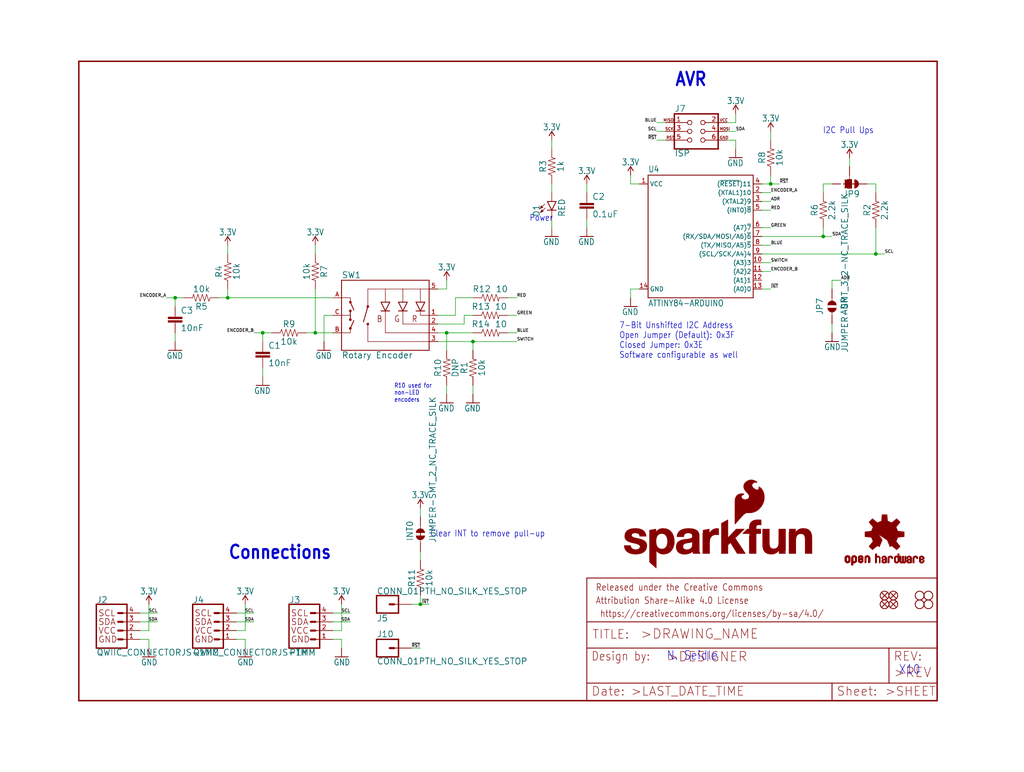
<source format=kicad_sch>
(kicad_sch (version 20211123) (generator eeschema)
  (paper "User" 297.002 223.926)
  (lib_symbols
    (symbol "schematicEagle-eagle-import:0.1UF-0603-25V-(+80{slash}-20%)"
      (property "Reference" "C" (at 1.524 2.921 0))
      (property "Value" "0.1UF-0603-25V-(+80{slash}-20%)" (at 1.524 -2.159 0))
      (symbol "0.1UF-0603-25V-(+80{slash}-20%)_1_0"
        (pin passive line (at 0 5.08 270) (length 2.54) (name "1") (number "1"))
        (pin passive line (at 0 -2.54 90) (length 2.54) (name "2") (number "2"))
      )
    )
    (symbol "schematicEagle-eagle-import:10KOHM-0603-1{slash}10W-1%"
      (property "Reference" "R" (at 0 1.524 0))
      (property "Value" "10KOHM-0603-1{slash}10W-1%" (at 0 -1.524 0))
      (symbol "10KOHM-0603-1{slash}10W-1%_1_0"
        (pin passive line (at -5.08 0 0) (length 2.54) (name "1") (number "1"))
        (pin passive line (at 5.08 0 180) (length 2.54) (name "2") (number "2"))
      )
    )
    (symbol "schematicEagle-eagle-import:10NF-0603-50V-10%"
      (property "Reference" "C" (at 1.524 2.921 0))
      (property "Value" "10NF-0603-50V-10%" (at 1.524 -2.159 0))
      (symbol "10NF-0603-50V-10%_1_0"
        (pin passive line (at 0 5.08 270) (length 2.54) (name "1") (number "1"))
        (pin passive line (at 0 -2.54 90) (length 2.54) (name "2") (number "2"))
      )
    )
    (symbol "schematicEagle-eagle-import:10OHM-0603-1{slash}10W-1%"
      (property "Reference" "R" (at 0 1.524 0))
      (property "Value" "10OHM-0603-1{slash}10W-1%" (at 0 -1.524 0))
      (symbol "10OHM-0603-1{slash}10W-1%_1_0"
        (pin passive line (at -5.08 0 0) (length 2.54) (name "1") (number "1"))
        (pin passive line (at 5.08 0 180) (length 2.54) (name "2") (number "2"))
      )
    )
    (symbol "schematicEagle-eagle-import:1KOHM-0603-1{slash}10W-1%"
      (property "Reference" "R" (at 0 1.524 0))
      (property "Value" "1KOHM-0603-1{slash}10W-1%" (at 0 -1.524 0))
      (symbol "1KOHM-0603-1{slash}10W-1%_1_0"
        (pin passive line (at -5.08 0 0) (length 2.54) (name "1") (number "1"))
        (pin passive line (at 5.08 0 180) (length 2.54) (name "2") (number "2"))
      )
    )
    (symbol "schematicEagle-eagle-import:2.2KOHM-0603-1{slash}10W-1%"
      (property "Reference" "R" (at 0 1.524 0))
      (property "Value" "2.2KOHM-0603-1{slash}10W-1%" (at 0 -1.524 0))
      (symbol "2.2KOHM-0603-1{slash}10W-1%_1_0"
        (pin passive line (at -5.08 0 0) (length 2.54) (name "1") (number "1"))
        (pin passive line (at 5.08 0 180) (length 2.54) (name "2") (number "2"))
      )
    )
    (symbol "schematicEagle-eagle-import:3.3V" (power)
      (property "Value" "3.3V" (at 0 2.794 0))
      (symbol "3.3V_1_0"
        (pin power_in line (at 0 0 90) (length 2.54) (name "3.3V") (number "1"))
      )
    )
    (symbol "schematicEagle-eagle-import:ATTINY84-ARDUINO"
      (property "Reference" "U" (at -15.24 18.542 0))
      (property "Value" "ATTINY84-ARDUINO" (at -15.24 -20.32 0))
      (symbol "ATTINY84-ARDUINO_1_0"
        (pin bidirectional line (at -17.78 15.24 0) (length 2.54) (name "VCC") (number "1"))
        (pin bidirectional line (at 17.78 -7.62 180) (length 2.54) (name "(A3)3") (number "10"))
        (pin bidirectional line (at 17.78 -10.16 180) (length 2.54) (name "(A2)2") (number "11"))
        (pin bidirectional line (at 17.78 -12.7 180) (length 2.54) (name "(A1)1") (number "12"))
        (pin bidirectional line (at 17.78 -15.24 180) (length 2.54) (name "(A0)0") (number "13"))
        (pin bidirectional line (at -17.78 -15.24 0) (length 2.54) (name "GND") (number "14"))
        (pin bidirectional line (at 17.78 12.7 180) (length 2.54) (name "(XTAL1)10") (number "2"))
        (pin bidirectional line (at 17.78 10.16 180) (length 2.54) (name "(XTAL2)9") (number "3"))
        (pin bidirectional line (at 17.78 15.24 180) (length 2.54) (name "(~{RESET})11") (number "4"))
        (pin bidirectional line (at 17.78 7.62 180) (length 2.54) (name "(INT0)~{8}") (number "5"))
        (pin bidirectional line (at 17.78 2.54 180) (length 2.54) (name "(A7)~{7}") (number "6"))
        (pin bidirectional line (at 17.78 0 180) (length 2.54) (name "(RX/SDA/MOSI/A6)~{6}") (number "7"))
        (pin bidirectional line (at 17.78 -2.54 180) (length 2.54) (name "(TX/MISO/A5)~{5}") (number "8"))
        (pin bidirectional line (at 17.78 -5.08 180) (length 2.54) (name "(SCL/SCK/A4)4") (number "9"))
      )
    )
    (symbol "schematicEagle-eagle-import:AVR_SPI_PROG_3X2TESTPOINTS"
      (property "Reference" "J" (at -5.08 5.588 0))
      (property "Value" "AVR_SPI_PROG_3X2TESTPOINTS" (at -5.08 -7.366 0))
      (symbol "AVR_SPI_PROG_3X2TESTPOINTS_1_0"
        (text "GND" (at 8.001 -2.286 0) (effects (font (size 0.8128 0.8128)) (justify left bottom)))
        (text "MISO" (at -5.207 2.794 0) (effects (font (size 0.8128 0.8128)) (justify right bottom)))
        (text "MOSI" (at 8.001 0.254 0) (effects (font (size 0.8128 0.8128)) (justify left bottom)))
        (text "RST" (at -5.08 -2.286 0) (effects (font (size 0.8128 0.8128)) (justify right bottom)))
        (text "SCK" (at -5.207 0.254 0) (effects (font (size 0.8128 0.8128)) (justify right bottom)))
        (text "VCC" (at 8.001 2.794 0) (effects (font (size 0.8128 0.8128)) (justify left bottom)))
        (pin passive inverted (at -7.62 2.54 0) (length 7.62) (name "1") (number "1"))
        (pin passive inverted (at 10.16 2.54 180) (length 7.62) (name "2") (number "2"))
        (pin passive inverted (at -7.62 0 0) (length 7.62) (name "3") (number "3"))
        (pin passive inverted (at 10.16 0 180) (length 7.62) (name "4") (number "4"))
        (pin passive inverted (at -7.62 -2.54 0) (length 7.62) (name "5") (number "5"))
        (pin passive inverted (at 10.16 -2.54 180) (length 7.62) (name "6") (number "6"))
      )
    )
    (symbol "schematicEagle-eagle-import:CONN_01PTH_NO_SILK_YES_STOP"
      (property "Reference" "J" (at -2.54 3.048 0))
      (property "Value" "CONN_01PTH_NO_SILK_YES_STOP" (at -2.54 -4.826 0))
      (symbol "CONN_01PTH_NO_SILK_YES_STOP_1_0"
        (pin passive line (at 7.62 0 180) (length 5.08) (name "1") (number "1"))
      )
    )
    (symbol "schematicEagle-eagle-import:ENCODER-RGB-SWITCHKIT"
      (property "Reference" "S" (at -12.7 10.414 0))
      (property "Value" "ENCODER-RGB-SWITCHKIT" (at -12.7 -10.541 0))
      (symbol "ENCODER-RGB-SWITCHKIT_1_0"
        (text "B" (at -2.54 0 0) (effects (font (size 1.778 1.5113)) (justify left top)))
        (text "G" (at 2.54 0 0) (effects (font (size 1.778 1.5113)) (justify left top)))
        (text "R" (at 7.62 0 0) (effects (font (size 1.778 1.5113)) (justify left top)))
        (pin passive line (at 15.24 0 180) (length 2.54) (name "-R") (number "1"))
        (pin passive line (at 15.24 -2.54 180) (length 2.54) (name "-G") (number "2"))
        (pin passive line (at 15.24 -7.62 180) (length 2.54) (name "SW") (number "3"))
        (pin passive line (at 15.24 -5.08 180) (length 2.54) (name "-B") (number "4"))
        (pin passive line (at 15.24 7.62 180) (length 2.54) (name "+") (number "5"))
        (pin bidirectional line (at -15.24 5.08 0) (length 2.54) (name "A") (number "A"))
        (pin bidirectional line (at -15.24 -5.08 0) (length 2.54) (name "B") (number "B"))
        (pin bidirectional line (at -15.24 0 0) (length 2.54) (name "C") (number "C"))
      )
    )
    (symbol "schematicEagle-eagle-import:FIDUCIALUFIDUCIAL")
    (symbol "schematicEagle-eagle-import:FRAME-LETTER"
      (symbol "FRAME-LETTER_2_0"
        (text " https://creativecommons.org/licenses/by-sa/4.0/" (at 2.54 24.13 0) (effects (font (size 1.9304 1.6408)) (justify left bottom)))
        (text ">DESIGNER" (at 23.114 11.176 0) (effects (font (size 2.7432 2.7432)) (justify left bottom)))
        (text ">DRAWING_NAME" (at 15.494 17.78 0) (effects (font (size 2.7432 2.7432)) (justify left bottom)))
        (text ">LAST_DATE_TIME" (at 12.7 1.27 0) (effects (font (size 2.54 2.54)) (justify left bottom)))
        (text ">REV" (at 88.9 6.604 0) (effects (font (size 2.7432 2.7432)) (justify left bottom)))
        (text ">SHEET" (at 86.36 1.27 0) (effects (font (size 2.54 2.54)) (justify left bottom)))
        (text "Attribution Share-Alike 4.0 License" (at 2.54 27.94 0) (effects (font (size 1.9304 1.6408)) (justify left bottom)))
        (text "Date:" (at 1.27 1.27 0) (effects (font (size 2.54 2.54)) (justify left bottom)))
        (text "Design by:" (at 1.27 11.43 0) (effects (font (size 2.54 2.159)) (justify left bottom)))
        (text "Released under the Creative Commons" (at 2.54 31.75 0) (effects (font (size 1.9304 1.6408)) (justify left bottom)))
        (text "REV:" (at 88.9 11.43 0) (effects (font (size 2.54 2.54)) (justify left bottom)))
        (text "Sheet:" (at 72.39 1.27 0) (effects (font (size 2.54 2.54)) (justify left bottom)))
        (text "TITLE:" (at 1.524 17.78 0) (effects (font (size 2.54 2.54)) (justify left bottom)))
      )
    )
    (symbol "schematicEagle-eagle-import:GND" (power)
      (property "Value" "GND" (at -2.54 -2.54 0))
      (symbol "GND_1_0"
        (pin power_in line (at 0 2.54 270) (length 2.54) (name "GND") (number "1"))
      )
    )
    (symbol "schematicEagle-eagle-import:I2C_STANDARD_NO_SILK"
      (property "Reference" "J" (at -5.08 7.874 0))
      (property "Value" "I2C_STANDARD_NO_SILK" (at -5.08 -5.334 0))
      (symbol "I2C_STANDARD_NO_SILK_1_0"
        (text "GND" (at -4.572 -2.54 0) (effects (font (size 1.778 1.778)) (justify left)))
        (text "SCL" (at -4.572 5.08 0) (effects (font (size 1.778 1.778)) (justify left)))
        (text "SDA" (at -4.572 2.54 0) (effects (font (size 1.778 1.778)) (justify left)))
        (text "VCC" (at -4.572 0 0) (effects (font (size 1.778 1.778)) (justify left)))
        (pin power_in line (at 7.62 -2.54 180) (length 5.08) (name "GND") (number "1"))
        (pin power_in line (at 7.62 0 180) (length 5.08) (name "VCC") (number "2"))
        (pin passive line (at 7.62 2.54 180) (length 5.08) (name "SDA") (number "3"))
        (pin passive line (at 7.62 5.08 180) (length 5.08) (name "SCL") (number "4"))
      )
    )
    (symbol "schematicEagle-eagle-import:JUMPER-SMT_2_NC_TRACE_SILK"
      (property "Reference" "JP" (at -2.54 2.54 0))
      (property "Value" "JUMPER-SMT_2_NC_TRACE_SILK" (at -2.54 -2.54 0))
      (symbol "JUMPER-SMT_2_NC_TRACE_SILK_1_0"
        (pin passive line (at -5.08 0 0) (length 2.54) (name "1") (number "1"))
        (pin passive line (at 5.08 0 180) (length 2.54) (name "2") (number "2"))
      )
    )
    (symbol "schematicEagle-eagle-import:JUMPER-SMT_2_NO_SILK"
      (property "Reference" "JP" (at -2.54 2.54 0))
      (property "Value" "JUMPER-SMT_2_NO_SILK" (at -2.54 -2.54 0))
      (symbol "JUMPER-SMT_2_NO_SILK_1_0"
        (pin passive line (at -5.08 0 0) (length 2.54) (name "1") (number "1"))
        (pin passive line (at 5.08 0 180) (length 2.54) (name "2") (number "2"))
      )
    )
    (symbol "schematicEagle-eagle-import:JUMPER-SMT_3_2-NC_TRACE_SILK"
      (property "Reference" "JP" (at 2.54 0.381 0))
      (property "Value" "JUMPER-SMT_3_2-NC_TRACE_SILK" (at 2.54 -0.381 0))
      (symbol "JUMPER-SMT_3_2-NC_TRACE_SILK_1_0"
        (pin passive line (at 0 5.08 270) (length 2.54) (name "1") (number "1"))
        (pin passive line (at -5.08 0 0) (length 2.54) (name "2") (number "2"))
        (pin passive line (at 0 -5.08 90) (length 2.54) (name "3") (number "3"))
      )
    )
    (symbol "schematicEagle-eagle-import:LED-RED0603"
      (property "Reference" "D" (at -3.429 -4.572 90))
      (property "Value" "LED-RED0603" (at 1.905 -4.572 90))
      (symbol "LED-RED0603_1_0"
        (pin passive line (at 0 2.54 270) (length 2.54) (name "A") (number "A"))
        (pin passive line (at 0 -5.08 90) (length 2.54) (name "C") (number "C"))
      )
    )
    (symbol "schematicEagle-eagle-import:OSHW-LOGOMINI")
    (symbol "schematicEagle-eagle-import:QWIIC_CONNECTORJS-1MM"
      (property "Reference" "J" (at -5.08 7.874 0))
      (property "Value" "QWIIC_CONNECTORJS-1MM" (at -5.08 -5.334 0))
      (symbol "QWIIC_CONNECTORJS-1MM_1_0"
        (text "GND" (at -4.572 -2.54 0) (effects (font (size 1.778 1.778)) (justify left)))
        (text "SCL" (at -4.572 5.08 0) (effects (font (size 1.778 1.778)) (justify left)))
        (text "SDA" (at -4.572 2.54 0) (effects (font (size 1.778 1.778)) (justify left)))
        (text "VCC" (at -4.572 0 0) (effects (font (size 1.778 1.778)) (justify left)))
        (pin power_in line (at 7.62 -2.54 180) (length 5.08) (name "1") (number "1"))
        (pin power_in line (at 7.62 0 180) (length 5.08) (name "2") (number "2"))
        (pin passive line (at 7.62 2.54 180) (length 5.08) (name "3") (number "3"))
        (pin passive line (at 7.62 5.08 180) (length 5.08) (name "4") (number "4"))
      )
    )
    (symbol "schematicEagle-eagle-import:SFE_LOGO_FLAME.1EXP")
    (symbol "schematicEagle-eagle-import:SFE_LOGO_NAME_FLAME.1_INCH")
    (symbol "schematicEagle-eagle-import:STAND-OFF")
  )
  (junction (at 129.54 96.52))
  (junction (at 76.2 96.52))
  (junction (at 223.52 53.34))
  (junction (at 254 73.66))
  (junction (at 121.92 175.26))
  (junction (at 50.8 86.36))
  (junction (at 137.16 99.06))
  (junction (at 91.44 96.52))
  (junction (at 238.76 68.58))
  (junction (at 66.04 86.36))
  (wire (pts (xy 99.06 182.88) (xy 99.06 175.26)))
  (wire (pts (xy 170.18 55.88) (xy 170.18 53.34)))
  (wire (pts (xy 246.38 48.26) (xy 246.38 45.72)))
  (wire (pts (xy 129.54 114.3) (xy 129.54 111.76)))
  (wire (pts (xy 241.3 53.34) (xy 238.76 53.34)))
  (wire (pts (xy 129.54 83.82) (xy 129.54 81.28)))
  (wire (pts (xy 220.98 55.88) (xy 223.52 55.88)))
  (wire (pts (xy 160.02 55.88) (xy 160.02 53.34)))
  (wire (pts (xy 127 96.52) (xy 129.54 96.52)))
  (wire (pts (xy 76.2 96.52) (xy 76.2 99.06)))
  (wire (pts (xy 223.52 53.34) (xy 223.52 50.8)))
  (wire (pts (xy 50.8 88.9) (xy 50.8 86.36)))
  (wire (pts (xy 96.52 182.88) (xy 99.06 182.88)))
  (wire (pts (xy 127 91.44) (xy 132.08 91.44)))
  (wire (pts (xy 251.46 53.34) (xy 254 53.34)))
  (wire (pts (xy 241.3 93.98) (xy 241.3 96.52)))
  (wire (pts (xy 241.3 81.28) (xy 243.84 81.28)))
  (wire (pts (xy 220.98 58.42) (xy 223.52 58.42)))
  (wire (pts (xy 238.76 53.34) (xy 238.76 55.88)))
  (wire (pts (xy 91.44 71.12) (xy 91.44 73.66)))
  (wire (pts (xy 238.76 68.58) (xy 241.3 68.58)))
  (wire (pts (xy 40.64 185.42) (xy 43.18 185.42)))
  (wire (pts (xy 193.04 35.56) (xy 190.5 35.56)))
  (wire (pts (xy 147.32 86.36) (xy 149.86 86.36)))
  (wire (pts (xy 91.44 83.82) (xy 91.44 96.52)))
  (wire (pts (xy 147.32 91.44) (xy 149.86 91.44)))
  (wire (pts (xy 43.18 185.42) (xy 43.18 187.96)))
  (wire (pts (xy 193.04 40.64) (xy 190.5 40.64)))
  (wire (pts (xy 160.02 43.18) (xy 160.02 40.64)))
  (wire (pts (xy 96.52 91.44) (xy 93.98 91.44)))
  (wire (pts (xy 254 73.66) (xy 256.54 73.66)))
  (wire (pts (xy 66.04 86.36) (xy 63.5 86.36)))
  (wire (pts (xy 119.38 175.26) (xy 121.92 175.26)))
  (wire (pts (xy 254 66.04) (xy 254 73.66)))
  (wire (pts (xy 223.52 53.34) (xy 226.06 53.34)))
  (wire (pts (xy 210.82 35.56) (xy 213.36 35.56)))
  (wire (pts (xy 132.08 91.44) (xy 132.08 86.36)))
  (wire (pts (xy 213.36 40.64) (xy 213.36 43.18)))
  (wire (pts (xy 78.74 96.52) (xy 76.2 96.52)))
  (wire (pts (xy 121.92 172.72) (xy 121.92 175.26)))
  (wire (pts (xy 96.52 96.52) (xy 91.44 96.52)))
  (wire (pts (xy 96.52 180.34) (xy 101.6 180.34)))
  (wire (pts (xy 68.58 182.88) (xy 71.12 182.88)))
  (wire (pts (xy 134.62 91.44) (xy 137.16 91.44)))
  (wire (pts (xy 68.58 185.42) (xy 71.12 185.42)))
  (wire (pts (xy 160.02 66.04) (xy 160.02 63.5)))
  (wire (pts (xy 127 99.06) (xy 137.16 99.06)))
  (wire (pts (xy 40.64 180.34) (xy 45.72 180.34)))
  (wire (pts (xy 121.92 147.32) (xy 121.92 149.86)))
  (wire (pts (xy 223.52 40.64) (xy 223.52 38.1)))
  (wire (pts (xy 68.58 180.34) (xy 73.66 180.34)))
  (wire (pts (xy 127 83.82) (xy 129.54 83.82)))
  (wire (pts (xy 76.2 109.22) (xy 76.2 106.68)))
  (wire (pts (xy 185.42 83.82) (xy 182.88 83.82)))
  (wire (pts (xy 53.34 86.36) (xy 50.8 86.36)))
  (wire (pts (xy 220.98 73.66) (xy 254 73.66)))
  (wire (pts (xy 220.98 53.34) (xy 223.52 53.34)))
  (wire (pts (xy 254 53.34) (xy 254 55.88)))
  (wire (pts (xy 134.62 93.98) (xy 134.62 91.44)))
  (wire (pts (xy 170.18 63.5) (xy 170.18 66.04)))
  (wire (pts (xy 119.38 187.96) (xy 121.92 187.96)))
  (wire (pts (xy 220.98 71.12) (xy 223.52 71.12)))
  (wire (pts (xy 238.76 66.04) (xy 238.76 68.58)))
  (wire (pts (xy 50.8 99.06) (xy 50.8 96.52)))
  (wire (pts (xy 99.06 185.42) (xy 99.06 187.96)))
  (wire (pts (xy 220.98 68.58) (xy 238.76 68.58)))
  (wire (pts (xy 137.16 101.6) (xy 137.16 99.06)))
  (wire (pts (xy 121.92 175.26) (xy 124.46 175.26)))
  (wire (pts (xy 220.98 83.82) (xy 223.52 83.82)))
  (wire (pts (xy 210.82 40.64) (xy 213.36 40.64)))
  (wire (pts (xy 96.52 185.42) (xy 99.06 185.42)))
  (wire (pts (xy 182.88 53.34) (xy 182.88 50.8)))
  (wire (pts (xy 220.98 60.96) (xy 223.52 60.96)))
  (wire (pts (xy 68.58 177.8) (xy 73.66 177.8)))
  (wire (pts (xy 50.8 86.36) (xy 48.26 86.36)))
  (wire (pts (xy 40.64 182.88) (xy 43.18 182.88)))
  (wire (pts (xy 71.12 185.42) (xy 71.12 187.96)))
  (wire (pts (xy 127 93.98) (xy 134.62 93.98)))
  (wire (pts (xy 185.42 53.34) (xy 182.88 53.34)))
  (wire (pts (xy 40.64 177.8) (xy 45.72 177.8)))
  (wire (pts (xy 220.98 78.74) (xy 223.52 78.74)))
  (wire (pts (xy 96.52 86.36) (xy 66.04 86.36)))
  (wire (pts (xy 76.2 96.52) (xy 73.66 96.52)))
  (wire (pts (xy 137.16 99.06) (xy 149.86 99.06)))
  (wire (pts (xy 210.82 38.1) (xy 213.36 38.1)))
  (wire (pts (xy 96.52 177.8) (xy 101.6 177.8)))
  (wire (pts (xy 66.04 83.82) (xy 66.04 86.36)))
  (wire (pts (xy 43.18 182.88) (xy 43.18 175.26)))
  (wire (pts (xy 129.54 96.52) (xy 137.16 96.52)))
  (wire (pts (xy 147.32 96.52) (xy 149.86 96.52)))
  (wire (pts (xy 220.98 76.2) (xy 223.52 76.2)))
  (wire (pts (xy 132.08 86.36) (xy 137.16 86.36)))
  (wire (pts (xy 213.36 33.02) (xy 213.36 35.56)))
  (wire (pts (xy 93.98 91.44) (xy 93.98 99.06)))
  (wire (pts (xy 71.12 182.88) (xy 71.12 175.26)))
  (wire (pts (xy 193.04 38.1) (xy 190.5 38.1)))
  (wire (pts (xy 66.04 71.12) (xy 66.04 73.66)))
  (wire (pts (xy 129.54 101.6) (xy 129.54 96.52)))
  (wire (pts (xy 241.3 83.82) (xy 241.3 81.28)))
  (wire (pts (xy 182.88 83.82) (xy 182.88 86.36)))
  (wire (pts (xy 121.92 160.02) (xy 121.92 162.56)))
  (wire (pts (xy 220.98 66.04) (xy 223.52 66.04)))
  (wire (pts (xy 88.9 96.52) (xy 91.44 96.52)))
  (wire (pts (xy 137.16 114.3) (xy 137.16 111.76)))
  (text "N. Seidle" (at 193.294 191.77 180) (effects (font (size 2.54 2.159)) (justify left bottom)))
  (text "AVR" (at 195.58 25.4 180) (effects (font (size 3.81 3.2385) (thickness 0.6477) bold) (justify left bottom)))
  (text "X10" (at 260.604 195.834 180) (effects (font (size 2.54 2.159)) (justify left bottom)))
  (text "Clear INT to remove pull-up" (at 124.714 155.956 180) (effects (font (size 1.778 1.5113)) (justify left bottom)))
  (text "7-Bit Unshifted I2C Address\nOpen Jumper (Default): 0x3F\nClosed Jumper: 0x3E\nSoftware configurable as well" (at 179.578 104.14 0) (effects (font (size 1.778 1.5113)) (justify left bottom)))
  (text "Connections" (at 66.04 162.56 180) (effects (font (size 3.81 3.2385) (thickness 0.6477) bold) (justify left bottom)))
  (text "R10 used for\nnon-LED\nencoders" (at 114.3 116.84 180) (effects (font (size 1.27 1.0795)) (justify left bottom)))
  (text "I2C Pull Ups" (at 238.633 38.989 180) (effects (font (size 1.778 1.5113)) (justify left bottom)))
  (text "Power" (at 153.543 64.389 180) (effects (font (size 1.778 1.5113)) (justify left bottom)))
  (label "BLUE" (at 223.52 71.12 0) (effects (font (size 0.889 0.889))))
  (label "~{INT}" (at 124.46 175.26 180) (effects (font (size 0.889 0.889))))
  (label "ENCODER_B" (at 223.52 78.74 0) (effects (font (size 0.889 0.889))))
  (label "SCL" (at 45.72 177.8 180) (effects (font (size 0.889 0.889))))
  (label "~{RST}" (at 121.92 187.96 180) (effects (font (size 0.889 0.889))))
  (label "BLUE" (at 149.86 96.52 0) (effects (font (size 0.889 0.889))))
  (label "~{RST}" (at 190.5 40.64 180) (effects (font (size 0.889 0.889))))
  (label "SDA" (at 213.36 38.1 0) (effects (font (size 0.889 0.889))))
  (label "SDA" (at 241.3 68.58 0) (effects (font (size 0.889 0.889))))
  (label "SDA" (at 45.72 180.34 180) (effects (font (size 0.889 0.889))))
  (label "~{RST}" (at 226.06 53.34 0) (effects (font (size 0.889 0.889))))
  (label "SCL" (at 190.5 38.1 180) (effects (font (size 0.889 0.889))))
  (label "SCL" (at 101.6 177.8 180) (effects (font (size 0.889 0.889))))
  (label "SCL" (at 73.66 177.8 180) (effects (font (size 0.889 0.889))))
  (label "SWITCH" (at 223.52 76.2 0) (effects (font (size 0.889 0.889))))
  (label "SCL" (at 256.54 73.66 0) (effects (font (size 0.889 0.889))))
  (label "BLUE" (at 190.5 35.56 180) (effects (font (size 0.889 0.889))))
  (label "ADR" (at 223.52 58.42 0) (effects (font (size 0.889 0.889))))
  (label "GREEN" (at 149.86 91.44 0) (effects (font (size 0.889 0.889))))
  (label "ENCODER_A" (at 223.52 55.88 0) (effects (font (size 0.889 0.889))))
  (label "ENCODER_A" (at 48.26 86.36 180) (effects (font (size 0.889 0.889))))
  (label "RED" (at 149.86 86.36 0) (effects (font (size 0.889 0.889))))
  (label "ENCODER_B" (at 73.66 96.52 180) (effects (font (size 0.889 0.889))))
  (label "GREEN" (at 223.52 66.04 0) (effects (font (size 0.889 0.889))))
  (label "RED" (at 223.52 60.96 0) (effects (font (size 0.889 0.889))))
  (label "SDA" (at 101.6 180.34 180) (effects (font (size 0.889 0.889))))
  (label "~{INT}" (at 223.52 83.82 0) (effects (font (size 0.889 0.889))))
  (label "ADR" (at 243.84 81.28 0) (effects (font (size 0.889 0.889))))
  (label "SDA" (at 73.66 180.34 180) (effects (font (size 0.889 0.889))))
  (label "SWITCH" (at 149.86 99.06 0) (effects (font (size 0.889 0.889))))
  (symbol (lib_id "schematicEagle-eagle-import:GND") (at 170.18 68.58 0) (unit 1)
    (property "Reference" "#GND5" (effects hide))
    (property "Value" "GND" (at 167.64 71.12 0) (effects (font (size 1.778 1.5113)) (justify left bottom)))
    (property "Footprint" "schematicEagle:" (effects hide))
  )
  (symbol (lib_id "schematicEagle-eagle-import:FRAME-LETTER") (at 170.18 203.2 0) (unit 2)
    (property "Reference" "FRAME1" (effects hide))
    (property "Value" "FRAME-LETTER" (effects hide))
    (property "Footprint" "schematicEagle:CREATIVE_COMMONS" (effects hide))
  )
  (symbol (lib_id "schematicEagle-eagle-import:ENCODER-RGB-SWITCHKIT") (at 111.76 91.44 0) (unit 1)
    (property "Reference" "SW1" (at 99.06 80.772 0) (effects (font (size 1.778 1.778)) (justify left bottom)))
    (property "Value" "Rotary Encoder" (at 99.06 104.013 0) (effects (font (size 1.778 1.778)) (justify left bottom)))
    (property "Footprint" "schematicEagle:ENCODER_LED_3_KIT" (effects hide))
  )
  (symbol (lib_id "schematicEagle-eagle-import:GND") (at 129.54 116.84 0) (unit 1)
    (property "Reference" "#GND10" (effects hide))
    (property "Value" "GND" (at 127 119.38 0) (effects (font (size 1.778 1.5113)) (justify left bottom)))
    (property "Footprint" "schematicEagle:" (effects hide))
  )
  (symbol (lib_id "schematicEagle-eagle-import:3.3V") (at 91.44 71.12 0) (unit 1)
    (property "Reference" "#SUPPLY3" (effects hide))
    (property "Value" "3.3V" (at 91.44 68.326 0) (effects (font (size 1.778 1.5113)) (justify bottom)))
    (property "Footprint" "schematicEagle:" (effects hide))
  )
  (symbol (lib_id "schematicEagle-eagle-import:JUMPER-SMT_2_NC_TRACE_SILK") (at 121.92 154.94 90) (unit 1)
    (property "Reference" "INT0" (at 119.888 156.972 0) (effects (font (size 1.778 1.778)) (justify left bottom)))
    (property "Value" "JUMPER-SMT_2_NC_TRACE_SILK" (at 124.46 157.48 0) (effects (font (size 1.778 1.778)) (justify left top)))
    (property "Footprint" "schematicEagle:SMT-JUMPER_2_NC_TRACE_SILK" (effects hide))
  )
  (symbol (lib_id "schematicEagle-eagle-import:10KOHM-0603-1{slash}10W-1%") (at 223.52 45.72 90) (unit 1)
    (property "Reference" "R8" (at 221.996 45.72 0) (effects (font (size 1.778 1.778)) (justify bottom)))
    (property "Value" "10k" (at 225.044 45.72 0) (effects (font (size 1.778 1.778)) (justify top)))
    (property "Footprint" "schematicEagle:0603" (effects hide))
  )
  (symbol (lib_id "schematicEagle-eagle-import:10OHM-0603-1{slash}10W-1%") (at 142.24 91.44 0) (unit 1)
    (property "Reference" "R13" (at 139.446 89.916 0) (effects (font (size 1.778 1.778)) (justify bottom)))
    (property "Value" "10" (at 145.288 89.916 0) (effects (font (size 1.778 1.778)) (justify bottom)))
    (property "Footprint" "schematicEagle:0603" (effects hide))
  )
  (symbol (lib_id "schematicEagle-eagle-import:GND") (at 50.8 101.6 0) (unit 1)
    (property "Reference" "#GND4" (effects hide))
    (property "Value" "GND" (at 48.26 104.14 0) (effects (font (size 1.778 1.5113)) (justify left bottom)))
    (property "Footprint" "schematicEagle:" (effects hide))
  )
  (symbol (lib_id "schematicEagle-eagle-import:3.3V") (at 43.18 175.26 0) (mirror y) (unit 1)
    (property "Reference" "#SUPPLY4" (effects hide))
    (property "Value" "3.3V" (at 43.18 172.466 0) (effects (font (size 1.778 1.5113)) (justify bottom)))
    (property "Footprint" "schematicEagle:" (effects hide))
  )
  (symbol (lib_id "schematicEagle-eagle-import:10KOHM-0603-1{slash}10W-1%") (at 83.82 96.52 0) (unit 1)
    (property "Reference" "R9" (at 83.82 94.996 0) (effects (font (size 1.778 1.778)) (justify bottom)))
    (property "Value" "10k" (at 83.82 98.044 0) (effects (font (size 1.778 1.778)) (justify top)))
    (property "Footprint" "schematicEagle:0603" (effects hide))
  )
  (symbol (lib_id "schematicEagle-eagle-import:0.1UF-0603-25V-(+80{slash}-20%)") (at 170.18 60.96 0) (unit 1)
    (property "Reference" "C2" (at 171.704 58.039 0) (effects (font (size 1.778 1.778)) (justify left bottom)))
    (property "Value" "0.1uF" (at 171.704 63.119 0) (effects (font (size 1.778 1.778)) (justify left bottom)))
    (property "Footprint" "schematicEagle:0603" (effects hide))
  )
  (symbol (lib_id "schematicEagle-eagle-import:10OHM-0603-1{slash}10W-1%") (at 142.24 96.52 0) (unit 1)
    (property "Reference" "R14" (at 139.446 94.996 0) (effects (font (size 1.778 1.778)) (justify bottom)))
    (property "Value" "10" (at 145.288 94.996 0) (effects (font (size 1.778 1.778)) (justify bottom)))
    (property "Footprint" "schematicEagle:0603" (effects hide))
  )
  (symbol (lib_id "schematicEagle-eagle-import:GND") (at 76.2 111.76 0) (unit 1)
    (property "Reference" "#GND9" (effects hide))
    (property "Value" "GND" (at 73.66 114.3 0) (effects (font (size 1.778 1.5113)) (justify left bottom)))
    (property "Footprint" "schematicEagle:" (effects hide))
  )
  (symbol (lib_id "schematicEagle-eagle-import:3.3V") (at 223.52 38.1 0) (unit 1)
    (property "Reference" "#SUPPLY18" (effects hide))
    (property "Value" "3.3V" (at 223.52 35.306 0) (effects (font (size 1.778 1.5113)) (justify bottom)))
    (property "Footprint" "schematicEagle:" (effects hide))
  )
  (symbol (lib_id "schematicEagle-eagle-import:3.3V") (at 71.12 175.26 0) (mirror y) (unit 1)
    (property "Reference" "#SUPPLY8" (effects hide))
    (property "Value" "3.3V" (at 71.12 172.466 0) (effects (font (size 1.778 1.5113)) (justify bottom)))
    (property "Footprint" "schematicEagle:" (effects hide))
  )
  (symbol (lib_id "schematicEagle-eagle-import:10KOHM-0603-1{slash}10W-1%") (at 58.42 86.36 180) (unit 1)
    (property "Reference" "R5" (at 58.42 87.884 0) (effects (font (size 1.778 1.778)) (justify bottom)))
    (property "Value" "10k" (at 58.42 84.836 0) (effects (font (size 1.778 1.778)) (justify top)))
    (property "Footprint" "schematicEagle:0603" (effects hide))
  )
  (symbol (lib_id "schematicEagle-eagle-import:FIDUCIALUFIDUCIAL") (at 256.54 175.26 0) (unit 1)
    (property "Reference" "JP5" (effects hide))
    (property "Value" "FIDUCIALUFIDUCIAL" (effects hide))
    (property "Footprint" "schematicEagle:MICRO-FIDUCIAL" (effects hide))
  )
  (symbol (lib_id "schematicEagle-eagle-import:STAND-OFF") (at 269.24 172.72 0) (unit 1)
    (property "Reference" "JP3" (effects hide))
    (property "Value" "STAND-OFF" (effects hide))
    (property "Footprint" "schematicEagle:STAND-OFF" (effects hide))
  )
  (symbol (lib_id "schematicEagle-eagle-import:GND") (at 137.16 116.84 0) (unit 1)
    (property "Reference" "#GND1" (effects hide))
    (property "Value" "GND" (at 134.62 119.38 0) (effects (font (size 1.778 1.5113)) (justify left bottom)))
    (property "Footprint" "schematicEagle:" (effects hide))
  )
  (symbol (lib_id "schematicEagle-eagle-import:3.3V") (at 129.54 81.28 0) (unit 1)
    (property "Reference" "#SUPPLY1" (effects hide))
    (property "Value" "3.3V" (at 129.54 78.486 0) (effects (font (size 1.778 1.5113)) (justify bottom)))
    (property "Footprint" "schematicEagle:" (effects hide))
  )
  (symbol (lib_id "schematicEagle-eagle-import:GND") (at 71.12 190.5 0) (mirror y) (unit 1)
    (property "Reference" "#GND8" (effects hide))
    (property "Value" "GND" (at 73.66 193.04 0) (effects (font (size 1.778 1.5113)) (justify left bottom)))
    (property "Footprint" "schematicEagle:" (effects hide))
  )
  (symbol (lib_id "schematicEagle-eagle-import:JUMPER-SMT_3_2-NC_TRACE_SILK") (at 246.38 53.34 270) (unit 1)
    (property "Reference" "JP9" (at 244.348 57.277 90) (effects (font (size 1.778 1.778)) (justify left bottom)))
    (property "Value" "JUMPER-SMT_3_2-NC_TRACE_SILK" (at 245.999 55.88 0) (effects (font (size 1.778 1.778)) (justify left top)))
    (property "Footprint" "schematicEagle:SMT-JUMPER_3_2-NC_TRACE_SILK" (effects hide))
  )
  (symbol (lib_id "schematicEagle-eagle-import:10KOHM-0603-1{slash}10W-1%") (at 129.54 106.68 90) (unit 1)
    (property "Reference" "R10" (at 128.016 106.68 0) (effects (font (size 1.778 1.778)) (justify bottom)))
    (property "Value" "DNP" (at 131.064 106.68 0) (effects (font (size 1.778 1.778)) (justify top)))
    (property "Footprint" "schematicEagle:0603" (effects hide))
  )
  (symbol (lib_id "schematicEagle-eagle-import:FIDUCIALUFIDUCIAL") (at 256.54 172.72 0) (unit 1)
    (property "Reference" "JP2" (effects hide))
    (property "Value" "FIDUCIALUFIDUCIAL" (effects hide))
    (property "Footprint" "schematicEagle:MICRO-FIDUCIAL" (effects hide))
  )
  (symbol (lib_id "schematicEagle-eagle-import:10KOHM-0603-1{slash}10W-1%") (at 121.92 167.64 90) (unit 1)
    (property "Reference" "R11" (at 120.396 167.64 0) (effects (font (size 1.778 1.778)) (justify bottom)))
    (property "Value" "10k" (at 123.444 167.64 0) (effects (font (size 1.778 1.778)) (justify top)))
    (property "Footprint" "schematicEagle:0603" (effects hide))
  )
  (symbol (lib_id "schematicEagle-eagle-import:GND") (at 99.06 190.5 0) (mirror y) (unit 1)
    (property "Reference" "#GND7" (effects hide))
    (property "Value" "GND" (at 101.6 193.04 0) (effects (font (size 1.778 1.5113)) (justify left bottom)))
    (property "Footprint" "schematicEagle:" (effects hide))
  )
  (symbol (lib_id "schematicEagle-eagle-import:SFE_LOGO_NAME_FLAME.1_INCH") (at 180.34 165.1 0) (unit 1)
    (property "Reference" "LOGO2" (effects hide))
    (property "Value" "SFE_LOGO_NAME_FLAME.1_INCH" (effects hide))
    (property "Footprint" "schematicEagle:SFE_LOGO_NAME_FLAME_.1" (effects hide))
  )
  (symbol (lib_id "schematicEagle-eagle-import:3.3V") (at 246.38 45.72 0) (unit 1)
    (property "Reference" "#SUPPLY15" (effects hide))
    (property "Value" "3.3V" (at 246.38 42.926 0) (effects (font (size 1.778 1.5113)) (justify bottom)))
    (property "Footprint" "schematicEagle:" (effects hide))
  )
  (symbol (lib_id "schematicEagle-eagle-import:GND") (at 182.88 88.9 0) (unit 1)
    (property "Reference" "#GND13" (effects hide))
    (property "Value" "GND" (at 180.34 91.44 0) (effects (font (size 1.778 1.5113)) (justify left bottom)))
    (property "Footprint" "schematicEagle:" (effects hide))
  )
  (symbol (lib_id "schematicEagle-eagle-import:GND") (at 213.36 45.72 0) (unit 1)
    (property "Reference" "#GND14" (effects hide))
    (property "Value" "GND" (at 210.82 48.26 0) (effects (font (size 1.778 1.5113)) (justify left bottom)))
    (property "Footprint" "schematicEagle:" (effects hide))
  )
  (symbol (lib_id "schematicEagle-eagle-import:3.3V") (at 213.36 33.02 0) (unit 1)
    (property "Reference" "#SUPPLY19" (effects hide))
    (property "Value" "3.3V" (at 213.36 30.226 0) (effects (font (size 1.778 1.5113)) (justify bottom)))
    (property "Footprint" "schematicEagle:" (effects hide))
  )
  (symbol (lib_id "schematicEagle-eagle-import:3.3V") (at 170.18 53.34 0) (unit 1)
    (property "Reference" "#SUPPLY12" (effects hide))
    (property "Value" "3.3V" (at 170.18 50.546 0) (effects (font (size 1.778 1.5113)) (justify bottom)))
    (property "Footprint" "schematicEagle:" (effects hide))
  )
  (symbol (lib_id "schematicEagle-eagle-import:10OHM-0603-1{slash}10W-1%") (at 142.24 86.36 0) (unit 1)
    (property "Reference" "R12" (at 139.7 84.836 0) (effects (font (size 1.778 1.778)) (justify bottom)))
    (property "Value" "10" (at 145.542 84.836 0) (effects (font (size 1.778 1.778)) (justify bottom)))
    (property "Footprint" "schematicEagle:0603" (effects hide))
  )
  (symbol (lib_id "schematicEagle-eagle-import:AVR_SPI_PROG_3X2TESTPOINTS") (at 200.66 38.1 0) (unit 1)
    (property "Reference" "J7" (at 195.58 32.512 0) (effects (font (size 1.778 1.778)) (justify left bottom)))
    (property "Value" "ISP" (at 195.58 45.466 0) (effects (font (size 1.778 1.778)) (justify left bottom)))
    (property "Footprint" "schematicEagle:2X3_TEST_POINTS" (effects hide))
  )
  (symbol (lib_id "schematicEagle-eagle-import:3.3V") (at 66.04 71.12 0) (unit 1)
    (property "Reference" "#SUPPLY2" (effects hide))
    (property "Value" "3.3V" (at 66.04 68.326 0) (effects (font (size 1.778 1.5113)) (justify bottom)))
    (property "Footprint" "schematicEagle:" (effects hide))
  )
  (symbol (lib_id "schematicEagle-eagle-import:CONN_01PTH_NO_SILK_YES_STOP") (at 111.76 187.96 0) (unit 1)
    (property "Reference" "J10" (at 109.22 184.912 0) (effects (font (size 1.778 1.778)) (justify left bottom)))
    (property "Value" "CONN_01PTH_NO_SILK_YES_STOP" (at 109.22 192.786 0) (effects (font (size 1.778 1.778)) (justify left bottom)))
    (property "Footprint" "schematicEagle:1X01_NO_SILK" (effects hide))
  )
  (symbol (lib_id "schematicEagle-eagle-import:10NF-0603-50V-10%") (at 50.8 93.98 0) (unit 1)
    (property "Reference" "C3" (at 52.324 91.059 0) (effects (font (size 1.778 1.778)) (justify left bottom)))
    (property "Value" "10nF" (at 52.324 96.139 0) (effects (font (size 1.778 1.778)) (justify left bottom)))
    (property "Footprint" "schematicEagle:0603" (effects hide))
  )
  (symbol (lib_id "schematicEagle-eagle-import:2.2KOHM-0603-1{slash}10W-1%") (at 254 60.96 90) (unit 1)
    (property "Reference" "R2" (at 252.476 60.96 0) (effects (font (size 1.778 1.778)) (justify bottom)))
    (property "Value" "2.2k" (at 255.524 60.96 0) (effects (font (size 1.778 1.778)) (justify top)))
    (property "Footprint" "schematicEagle:0603" (effects hide))
  )
  (symbol (lib_id "schematicEagle-eagle-import:SFE_LOGO_FLAME.1EXP") (at 212.852 152.4 0) (unit 1)
    (property "Reference" "LOGO3" (effects hide))
    (property "Value" "SFE_LOGO_FLAME.1EXP" (effects hide))
    (property "Footprint" "schematicEagle:SFE_LOGO_FLAME_COPPER_EXPOSED_.1" (effects hide))
  )
  (symbol (lib_id "schematicEagle-eagle-import:LED-RED0603") (at 160.02 58.42 0) (unit 1)
    (property "Reference" "D1" (at 156.591 62.992 90) (effects (font (size 1.778 1.778)) (justify left bottom)))
    (property "Value" "RED" (at 161.925 62.992 90) (effects (font (size 1.778 1.778)) (justify left top)))
    (property "Footprint" "schematicEagle:LED-0603" (effects hide))
  )
  (symbol (lib_id "schematicEagle-eagle-import:JUMPER-SMT_2_NO_SILK") (at 241.3 88.9 90) (unit 1)
    (property "Reference" "JP7" (at 238.76 91.44 0) (effects (font (size 1.778 1.778)) (justify left bottom)))
    (property "Value" "ADR" (at 243.84 91.44 0) (effects (font (size 1.778 1.778)) (justify left top)))
    (property "Footprint" "schematicEagle:SMT-JUMPER_2_NO_SILK" (effects hide))
  )
  (symbol (lib_id "schematicEagle-eagle-import:STAND-OFF") (at 266.7 172.72 0) (unit 1)
    (property "Reference" "JP11" (effects hide))
    (property "Value" "STAND-OFF" (effects hide))
    (property "Footprint" "schematicEagle:STAND-OFF" (effects hide))
  )
  (symbol (lib_id "schematicEagle-eagle-import:GND") (at 241.3 99.06 0) (mirror y) (unit 1)
    (property "Reference" "#GND12" (effects hide))
    (property "Value" "GND" (at 243.84 101.6 0) (effects (font (size 1.778 1.5113)) (justify left bottom)))
    (property "Footprint" "schematicEagle:" (effects hide))
  )
  (symbol (lib_id "schematicEagle-eagle-import:CONN_01PTH_NO_SILK_YES_STOP") (at 111.76 175.26 0) (mirror x) (unit 1)
    (property "Reference" "J5" (at 109.22 178.308 0) (effects (font (size 1.778 1.778)) (justify left bottom)))
    (property "Value" "CONN_01PTH_NO_SILK_YES_STOP" (at 109.22 170.434 0) (effects (font (size 1.778 1.778)) (justify left bottom)))
    (property "Footprint" "schematicEagle:1X01_NO_SILK" (effects hide))
  )
  (symbol (lib_id "schematicEagle-eagle-import:OSHW-LOGOMINI") (at 256.54 154.94 0) (unit 1)
    (property "Reference" "LOGO1" (effects hide))
    (property "Value" "OSHW-LOGOMINI" (effects hide))
    (property "Footprint" "schematicEagle:OSHW-LOGO-MINI" (effects hide))
  )
  (symbol (lib_id "schematicEagle-eagle-import:2.2KOHM-0603-1{slash}10W-1%") (at 238.76 60.96 90) (unit 1)
    (property "Reference" "R6" (at 237.236 60.96 0) (effects (font (size 1.778 1.778)) (justify bottom)))
    (property "Value" "2.2k" (at 240.284 60.96 0) (effects (font (size 1.778 1.778)) (justify top)))
    (property "Footprint" "schematicEagle:0603" (effects hide))
  )
  (symbol (lib_id "schematicEagle-eagle-import:I2C_STANDARD_NO_SILK") (at 88.9 182.88 0) (unit 1)
    (property "Reference" "J3" (at 83.82 175.006 0) (effects (font (size 1.778 1.778)) (justify left bottom)))
    (property "Value" "PTH" (at 83.82 188.214 0) (effects (font (size 1.778 1.778)) (justify left top)))
    (property "Footprint" "schematicEagle:1X04_NO_SILK" (effects hide))
  )
  (symbol (lib_id "schematicEagle-eagle-import:FIDUCIALUFIDUCIAL") (at 259.08 172.72 0) (unit 1)
    (property "Reference" "JP6" (effects hide))
    (property "Value" "FIDUCIALUFIDUCIAL" (effects hide))
    (property "Footprint" "schematicEagle:MICRO-FIDUCIAL" (effects hide))
  )
  (symbol (lib_id "schematicEagle-eagle-import:10NF-0603-50V-10%") (at 76.2 104.14 0) (unit 1)
    (property "Reference" "C1" (at 77.724 101.219 0) (effects (font (size 1.778 1.778)) (justify left bottom)))
    (property "Value" "10nF" (at 77.724 106.299 0) (effects (font (size 1.778 1.778)) (justify left bottom)))
    (property "Footprint" "schematicEagle:0603" (effects hide))
  )
  (symbol (lib_id "schematicEagle-eagle-import:GND") (at 43.18 190.5 0) (mirror y) (unit 1)
    (property "Reference" "#GND6" (effects hide))
    (property "Value" "GND" (at 45.72 193.04 0) (effects (font (size 1.778 1.5113)) (justify left bottom)))
    (property "Footprint" "schematicEagle:" (effects hide))
  )
  (symbol (lib_id "schematicEagle-eagle-import:FIDUCIALUFIDUCIAL") (at 259.08 175.26 0) (unit 1)
    (property "Reference" "JP1" (effects hide))
    (property "Value" "FIDUCIALUFIDUCIAL" (effects hide))
    (property "Footprint" "schematicEagle:MICRO-FIDUCIAL" (effects hide))
  )
  (symbol (lib_id "schematicEagle-eagle-import:3.3V") (at 182.88 50.8 0) (unit 1)
    (property "Reference" "#SUPPLY17" (effects hide))
    (property "Value" "3.3V" (at 182.88 48.006 0) (effects (font (size 1.778 1.5113)) (justify bottom)))
    (property "Footprint" "schematicEagle:" (effects hide))
  )
  (symbol (lib_id "schematicEagle-eagle-import:GND") (at 160.02 68.58 0) (unit 1)
    (property "Reference" "#GND3" (effects hide))
    (property "Value" "GND" (at 157.48 71.12 0) (effects (font (size 1.778 1.5113)) (justify left bottom)))
    (property "Footprint" "schematicEagle:" (effects hide))
  )
  (symbol (lib_id "schematicEagle-eagle-import:10KOHM-0603-1{slash}10W-1%") (at 137.16 106.68 90) (unit 1)
    (property "Reference" "R1" (at 135.636 106.68 0) (effects (font (size 1.778 1.778)) (justify bottom)))
    (property "Value" "10k" (at 138.684 106.68 0) (effects (font (size 1.778 1.778)) (justify top)))
    (property "Footprint" "schematicEagle:0603" (effects hide))
  )
  (symbol (lib_id "schematicEagle-eagle-import:ATTINY84-ARDUINO") (at 203.2 68.58 0) (unit 1)
    (property "Reference" "U4" (at 187.96 50.038 0) (effects (font (size 1.778 1.5113)) (justify left bottom)))
    (property "Value" "ATTINY84-ARDUINO" (at 187.96 88.9 0) (effects (font (size 1.778 1.5113)) (justify left bottom)))
    (property "Footprint" "schematicEagle:SO14" (effects hide))
  )
  (symbol (lib_id "schematicEagle-eagle-import:FRAME-LETTER") (at 22.86 203.2 0) (unit 1)
    (property "Reference" "FRAME1" (effects hide))
    (property "Value" "FRAME-LETTER" (effects hide))
    (property "Footprint" "schematicEagle:CREATIVE_COMMONS" (effects hide))
  )
  (symbol (lib_id "schematicEagle-eagle-import:10KOHM-0603-1{slash}10W-1%") (at 66.04 78.74 90) (unit 1)
    (property "Reference" "R4" (at 64.516 78.74 0) (effects (font (size 1.778 1.778)) (justify bottom)))
    (property "Value" "10k" (at 67.564 78.74 0) (effects (font (size 1.778 1.778)) (justify top)))
    (property "Footprint" "schematicEagle:0603" (effects hide))
  )
  (symbol (lib_id "schematicEagle-eagle-import:10KOHM-0603-1{slash}10W-1%") (at 91.44 78.74 270) (unit 1)
    (property "Reference" "R7" (at 92.964 78.74 0) (effects (font (size 1.778 1.778)) (justify bottom)))
    (property "Value" "10k" (at 89.916 78.74 0) (effects (font (size 1.778 1.778)) (justify top)))
    (property "Footprint" "schematicEagle:0603" (effects hide))
  )
  (symbol (lib_id "schematicEagle-eagle-import:QWIIC_CONNECTORJS-1MM") (at 33.02 182.88 0) (unit 1)
    (property "Reference" "J2" (at 27.94 175.006 0) (effects (font (size 1.778 1.778)) (justify left bottom)))
    (property "Value" "QWIIC_CONNECTORJS-1MM" (at 27.94 188.214 0) (effects (font (size 1.778 1.778)) (justify left top)))
    (property "Footprint" "schematicEagle:1X04_1MM_RA" (effects hide))
  )
  (symbol (lib_id "schematicEagle-eagle-import:3.3V") (at 121.92 147.32 0) (unit 1)
    (property "Reference" "#SUPPLY5" (effects hide))
    (property "Value" "3.3V" (at 121.92 144.526 0) (effects (font (size 1.778 1.5113)) (justify bottom)))
    (property "Footprint" "schematicEagle:" (effects hide))
  )
  (symbol (lib_id "schematicEagle-eagle-import:1KOHM-0603-1{slash}10W-1%") (at 160.02 48.26 90) (unit 1)
    (property "Reference" "R3" (at 158.496 48.26 0) (effects (font (size 1.778 1.778)) (justify bottom)))
    (property "Value" "1k" (at 161.544 48.26 0) (effects (font (size 1.778 1.778)) (justify top)))
    (property "Footprint" "schematicEagle:0603" (effects hide))
  )
  (symbol (lib_id "schematicEagle-eagle-import:3.3V") (at 99.06 175.26 0) (mirror y) (unit 1)
    (property "Reference" "#SUPPLY7" (effects hide))
    (property "Value" "3.3V" (at 99.06 172.466 0) (effects (font (size 1.778 1.5113)) (justify bottom)))
    (property "Footprint" "schematicEagle:" (effects hide))
  )
  (symbol (lib_id "schematicEagle-eagle-import:QWIIC_CONNECTORJS-1MM") (at 60.96 182.88 0) (unit 1)
    (property "Reference" "J4" (at 55.88 175.006 0) (effects (font (size 1.778 1.778)) (justify left bottom)))
    (property "Value" "QWIIC_CONNECTORJS-1MM" (at 55.88 188.214 0) (effects (font (size 1.778 1.778)) (justify left top)))
    (property "Footprint" "schematicEagle:1X04_1MM_RA" (effects hide))
  )
  (symbol (lib_id "schematicEagle-eagle-import:GND") (at 93.98 101.6 0) (unit 1)
    (property "Reference" "#GND2" (effects hide))
    (property "Value" "GND" (at 91.44 104.14 0) (effects (font (size 1.778 1.5113)) (justify left bottom)))
    (property "Footprint" "schematicEagle:" (effects hide))
  )
  (symbol (lib_id "schematicEagle-eagle-import:STAND-OFF") (at 269.24 175.26 0) (unit 1)
    (property "Reference" "JP4" (effects hide))
    (property "Value" "STAND-OFF" (effects hide))
    (property "Footprint" "schematicEagle:STAND-OFF" (effects hide))
  )
  (symbol (lib_id "schematicEagle-eagle-import:3.3V") (at 160.02 40.64 0) (unit 1)
    (property "Reference" "#SUPPLY10" (effects hide))
    (property "Value" "3.3V" (at 160.02 37.846 0) (effects (font (size 1.778 1.5113)) (justify bottom)))
    (property "Footprint" "schematicEagle:" (effects hide))
  )
  (symbol (lib_id "schematicEagle-eagle-import:STAND-OFF") (at 266.7 175.26 0) (unit 1)
    (property "Reference" "JP13" (effects hide))
    (property "Value" "STAND-OFF" (effects hide))
    (property "Footprint" "schematicEagle:STAND-OFF" (effects hide))
  )
)
</source>
